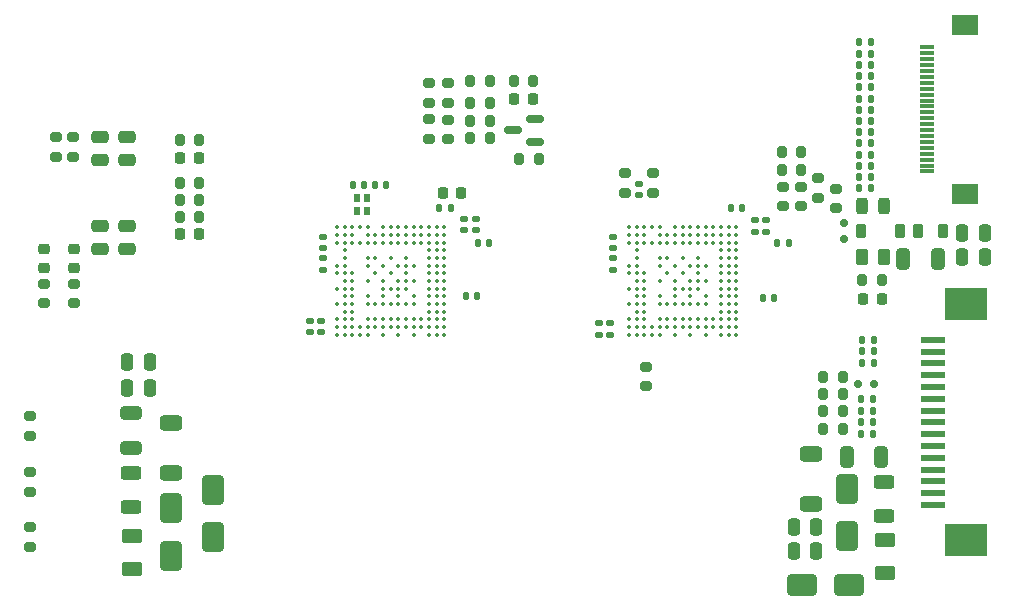
<source format=gbr>
%TF.GenerationSoftware,KiCad,Pcbnew,8.0.6*%
%TF.CreationDate,2024-12-12T06:35:09+00:00*%
%TF.ProjectId,AWR2243RadarBoard,41575232-3234-4335-9261-646172426f61,rev?*%
%TF.SameCoordinates,Original*%
%TF.FileFunction,Paste,Top*%
%TF.FilePolarity,Positive*%
%FSLAX46Y46*%
G04 Gerber Fmt 4.6, Leading zero omitted, Abs format (unit mm)*
G04 Created by KiCad (PCBNEW 8.0.6) date 2024-12-12 06:35:09*
%MOMM*%
%LPD*%
G01*
G04 APERTURE LIST*
G04 Aperture macros list*
%AMRoundRect*
0 Rectangle with rounded corners*
0 $1 Rounding radius*
0 $2 $3 $4 $5 $6 $7 $8 $9 X,Y pos of 4 corners*
0 Add a 4 corners polygon primitive as box body*
4,1,4,$2,$3,$4,$5,$6,$7,$8,$9,$2,$3,0*
0 Add four circle primitives for the rounded corners*
1,1,$1+$1,$2,$3*
1,1,$1+$1,$4,$5*
1,1,$1+$1,$6,$7*
1,1,$1+$1,$8,$9*
0 Add four rect primitives between the rounded corners*
20,1,$1+$1,$2,$3,$4,$5,0*
20,1,$1+$1,$4,$5,$6,$7,0*
20,1,$1+$1,$6,$7,$8,$9,0*
20,1,$1+$1,$8,$9,$2,$3,0*%
G04 Aperture macros list end*
%ADD10RoundRect,0.200000X-0.200000X-0.275000X0.200000X-0.275000X0.200000X0.275000X-0.200000X0.275000X0*%
%ADD11RoundRect,0.200000X0.275000X-0.200000X0.275000X0.200000X-0.275000X0.200000X-0.275000X-0.200000X0*%
%ADD12RoundRect,0.150000X0.200000X-0.150000X0.200000X0.150000X-0.200000X0.150000X-0.200000X-0.150000X0*%
%ADD13RoundRect,0.218750X-0.218750X-0.381250X0.218750X-0.381250X0.218750X0.381250X-0.218750X0.381250X0*%
%ADD14RoundRect,0.200000X-0.275000X0.200000X-0.275000X-0.200000X0.275000X-0.200000X0.275000X0.200000X0*%
%ADD15RoundRect,0.140000X-0.170000X0.140000X-0.170000X-0.140000X0.170000X-0.140000X0.170000X0.140000X0*%
%ADD16RoundRect,0.250000X-0.475000X0.250000X-0.475000X-0.250000X0.475000X-0.250000X0.475000X0.250000X0*%
%ADD17RoundRect,0.140000X-0.140000X-0.170000X0.140000X-0.170000X0.140000X0.170000X-0.140000X0.170000X0*%
%ADD18RoundRect,0.135000X-0.135000X-0.185000X0.135000X-0.185000X0.135000X0.185000X-0.135000X0.185000X0*%
%ADD19RoundRect,0.218750X-0.218750X-0.256250X0.218750X-0.256250X0.218750X0.256250X-0.218750X0.256250X0*%
%ADD20C,0.339999*%
%ADD21RoundRect,0.140000X0.170000X-0.140000X0.170000X0.140000X-0.170000X0.140000X-0.170000X-0.140000X0*%
%ADD22RoundRect,0.243750X0.243750X0.456250X-0.243750X0.456250X-0.243750X-0.456250X0.243750X-0.456250X0*%
%ADD23RoundRect,0.150000X-0.150000X-0.200000X0.150000X-0.200000X0.150000X0.200000X-0.150000X0.200000X0*%
%ADD24R,0.550000X0.650000*%
%ADD25RoundRect,0.250000X0.650000X-0.325000X0.650000X0.325000X-0.650000X0.325000X-0.650000X-0.325000X0*%
%ADD26R,2.000000X0.610000*%
%ADD27R,3.600000X2.680000*%
%ADD28RoundRect,0.225000X0.225000X0.250000X-0.225000X0.250000X-0.225000X-0.250000X0.225000X-0.250000X0*%
%ADD29RoundRect,0.200000X0.200000X0.275000X-0.200000X0.275000X-0.200000X-0.275000X0.200000X-0.275000X0*%
%ADD30RoundRect,0.250000X0.250000X0.475000X-0.250000X0.475000X-0.250000X-0.475000X0.250000X-0.475000X0*%
%ADD31RoundRect,0.249999X-0.700001X0.387501X-0.700001X-0.387501X0.700001X-0.387501X0.700001X0.387501X0*%
%ADD32RoundRect,0.250000X0.625000X-0.375000X0.625000X0.375000X-0.625000X0.375000X-0.625000X-0.375000X0*%
%ADD33RoundRect,0.250000X-0.325000X-0.650000X0.325000X-0.650000X0.325000X0.650000X-0.325000X0.650000X0*%
%ADD34R,1.300000X0.300000*%
%ADD35R,2.200000X1.800000*%
%ADD36RoundRect,0.250000X-0.625000X0.375000X-0.625000X-0.375000X0.625000X-0.375000X0.625000X0.375000X0*%
%ADD37RoundRect,0.250000X0.475000X-0.250000X0.475000X0.250000X-0.475000X0.250000X-0.475000X-0.250000X0*%
%ADD38RoundRect,0.250000X0.625000X-0.312500X0.625000X0.312500X-0.625000X0.312500X-0.625000X-0.312500X0*%
%ADD39RoundRect,0.250000X-0.250000X-0.475000X0.250000X-0.475000X0.250000X0.475000X-0.250000X0.475000X0*%
%ADD40RoundRect,0.218750X-0.256250X0.218750X-0.256250X-0.218750X0.256250X-0.218750X0.256250X0.218750X0*%
%ADD41RoundRect,0.250000X-0.650000X1.000000X-0.650000X-1.000000X0.650000X-1.000000X0.650000X1.000000X0*%
%ADD42RoundRect,0.250000X0.650000X-1.000000X0.650000X1.000000X-0.650000X1.000000X-0.650000X-1.000000X0*%
%ADD43RoundRect,0.250000X1.000000X0.650000X-1.000000X0.650000X-1.000000X-0.650000X1.000000X-0.650000X0*%
%ADD44RoundRect,0.140000X0.140000X0.170000X-0.140000X0.170000X-0.140000X-0.170000X0.140000X-0.170000X0*%
%ADD45RoundRect,0.225000X-0.225000X-0.250000X0.225000X-0.250000X0.225000X0.250000X-0.225000X0.250000X0*%
%ADD46RoundRect,0.250000X-0.262500X-0.450000X0.262500X-0.450000X0.262500X0.450000X-0.262500X0.450000X0*%
%ADD47RoundRect,0.225000X0.225000X0.375000X-0.225000X0.375000X-0.225000X-0.375000X0.225000X-0.375000X0*%
%ADD48RoundRect,0.150000X0.587500X0.150000X-0.587500X0.150000X-0.587500X-0.150000X0.587500X-0.150000X0*%
%ADD49RoundRect,0.249999X0.700001X-0.387501X0.700001X0.387501X-0.700001X0.387501X-0.700001X-0.387501X0*%
G04 APERTURE END LIST*
D10*
%TO.C,R48*%
X100330000Y-58520000D03*
X101980000Y-58520000D03*
%TD*%
D11*
%TO.C,R101*%
X87070000Y-60455000D03*
X87070000Y-58805000D03*
%TD*%
D12*
%TO.C,D4*%
X105600000Y-63000000D03*
X105600000Y-64400000D03*
%TD*%
D13*
%TO.C,FB2*%
X111837500Y-63700000D03*
X113962500Y-63700000D03*
%TD*%
D14*
%TO.C,R47*%
X72050000Y-54285000D03*
X72050000Y-55935000D03*
%TD*%
D15*
%TO.C,C91*%
X61450001Y-66020000D03*
X61450001Y-66980000D03*
%TD*%
D11*
%TO.C,R79*%
X70450000Y-52850000D03*
X70450000Y-51200000D03*
%TD*%
D14*
%TO.C,R51*%
X104880000Y-60125000D03*
X104880000Y-61775000D03*
%TD*%
D16*
%TO.C,C8*%
X44880000Y-55750000D03*
X44880000Y-57650000D03*
%TD*%
D11*
%TO.C,R60*%
X40370000Y-69805000D03*
X40370000Y-68155000D03*
%TD*%
D10*
%TO.C,R58*%
X49335000Y-56005000D03*
X50985000Y-56005000D03*
%TD*%
D11*
%TO.C,R148*%
X36650000Y-85750000D03*
X36650000Y-84100000D03*
%TD*%
D17*
%TO.C,C109*%
X99940000Y-64690000D03*
X100900000Y-64690000D03*
%TD*%
D18*
%TO.C,R29*%
X107040000Y-80910000D03*
X108060000Y-80910000D03*
%TD*%
D19*
%TO.C,D16*%
X107232500Y-69450000D03*
X108807500Y-69450000D03*
%TD*%
D20*
%TO.C,IC1*%
X62650000Y-72475001D03*
X62650000Y-71825000D03*
X62650000Y-71175001D03*
X62650000Y-69875001D03*
X62650000Y-68575001D03*
X62650000Y-67274999D03*
X62650000Y-66625000D03*
X62650000Y-64674999D03*
X62650000Y-64025000D03*
X62650000Y-63374999D03*
X63300001Y-72475001D03*
X63300001Y-71825000D03*
X63300001Y-71175001D03*
X63300001Y-70525000D03*
X63300001Y-69875001D03*
X63300001Y-69225000D03*
X63300001Y-68575001D03*
X63300001Y-67925000D03*
X63300001Y-67274999D03*
X63300001Y-66625000D03*
X63300001Y-65974999D03*
X63300001Y-65325000D03*
X63300001Y-64674999D03*
X63300001Y-64025000D03*
X63300001Y-63374999D03*
X63950000Y-72475001D03*
X63950000Y-71825000D03*
X63950000Y-71175001D03*
X63950000Y-70525000D03*
X63950000Y-69875001D03*
X63950000Y-69225000D03*
X63950000Y-68575001D03*
X63950000Y-67925000D03*
X63950000Y-67274999D03*
X63950000Y-64674999D03*
X63950000Y-64025000D03*
X63950000Y-63374999D03*
X64600001Y-72475001D03*
X64600001Y-71825000D03*
X64600001Y-64674999D03*
X64600001Y-63374999D03*
X65250000Y-72475001D03*
X65250000Y-71825000D03*
X65250000Y-71175001D03*
X65250000Y-69875001D03*
X65250000Y-69225000D03*
X65250000Y-67925000D03*
X65250000Y-66625000D03*
X65250000Y-65974999D03*
X65250000Y-64674999D03*
X65250000Y-64025000D03*
X65250000Y-63374999D03*
X65900001Y-71825000D03*
X65900001Y-71175001D03*
X65900001Y-69875001D03*
X65900001Y-67274999D03*
X65900001Y-65974999D03*
X65900001Y-64674999D03*
X65900001Y-64025000D03*
X66550000Y-72475001D03*
X66550000Y-71825000D03*
X66550000Y-71175001D03*
X66550000Y-69875001D03*
X66550000Y-69225000D03*
X66550000Y-68575001D03*
X66550000Y-67925000D03*
X66550000Y-66625000D03*
X66550000Y-64674999D03*
X66550000Y-64025000D03*
X66550000Y-63374999D03*
X67200001Y-71825000D03*
X67200001Y-71175001D03*
X67200001Y-69875001D03*
X67200001Y-68575001D03*
X67200001Y-67274999D03*
X67200001Y-65974999D03*
X67200001Y-64674999D03*
X67200001Y-64025000D03*
X67200001Y-63374999D03*
X67850002Y-72475001D03*
X67850002Y-71825000D03*
X67850002Y-71175001D03*
X67850002Y-69875001D03*
X67850002Y-69225000D03*
X67850002Y-68575001D03*
X67850002Y-67925000D03*
X67850002Y-66625000D03*
X67850002Y-64674999D03*
X67850002Y-64025000D03*
X67850002Y-63374999D03*
X68500001Y-71825000D03*
X68500001Y-71175001D03*
X68500001Y-69875001D03*
X68500001Y-68575001D03*
X68500001Y-67925000D03*
X68500001Y-67274999D03*
X68500001Y-66625000D03*
X68500001Y-65974999D03*
X68500001Y-64674999D03*
X68500001Y-64025000D03*
X68500001Y-63374999D03*
X69150002Y-72475001D03*
X69150002Y-71825000D03*
X69150002Y-71175001D03*
X69150002Y-69875001D03*
X69150002Y-69225000D03*
X69150002Y-67925000D03*
X69150002Y-66625000D03*
X69150002Y-64674999D03*
X69150002Y-64025000D03*
X69150002Y-63374999D03*
X69800001Y-71825000D03*
X69800001Y-71175001D03*
X69800001Y-64674999D03*
X69800001Y-64025000D03*
X69800001Y-63374999D03*
X70450002Y-72475001D03*
X70450002Y-71825000D03*
X70450002Y-71175001D03*
X70450002Y-70525000D03*
X70450002Y-69875001D03*
X70450002Y-69225000D03*
X70450002Y-68575001D03*
X70450002Y-67925000D03*
X70450002Y-67274999D03*
X70450002Y-66625000D03*
X70450002Y-65974999D03*
X70450002Y-65325000D03*
X70450002Y-64674999D03*
X70450002Y-64025000D03*
X70450002Y-63374999D03*
X71100001Y-72475001D03*
X71100001Y-71825000D03*
X71100001Y-71175001D03*
X71100001Y-70525000D03*
X71100001Y-69875001D03*
X71100001Y-69225000D03*
X71100001Y-68575001D03*
X71100001Y-67925000D03*
X71100001Y-67274999D03*
X71100001Y-66625000D03*
X71100001Y-65974999D03*
X71100001Y-65325000D03*
X71100001Y-64674999D03*
X71100001Y-64025000D03*
X71100001Y-63374999D03*
X71750002Y-72475001D03*
X71750002Y-71825000D03*
X71750002Y-71175001D03*
X71750002Y-70525000D03*
X71750002Y-69875001D03*
X71750002Y-69225000D03*
X71750002Y-68575001D03*
X71750002Y-67925000D03*
X71750002Y-67274999D03*
X71750002Y-66625000D03*
X71750002Y-65974999D03*
X71750002Y-65325000D03*
X71750002Y-64674999D03*
X71750002Y-64025000D03*
X71750002Y-63374999D03*
%TD*%
D21*
%TO.C,C139*%
X85800000Y-72455000D03*
X85800000Y-71495000D03*
%TD*%
D22*
%TO.C,F2*%
X108987500Y-61550000D03*
X107112500Y-61550000D03*
%TD*%
D23*
%TO.C,D2*%
X108157500Y-76620000D03*
X106757500Y-76620000D03*
%TD*%
D10*
%TO.C,R49*%
X100325000Y-57040000D03*
X101975000Y-57040000D03*
%TD*%
D24*
%TO.C,Y1*%
X65175000Y-62000000D03*
X65175000Y-60900000D03*
X64375000Y-60900000D03*
X64375000Y-62000000D03*
%TD*%
D25*
%TO.C,C150*%
X45250000Y-82050000D03*
X45250000Y-79100000D03*
%TD*%
D17*
%TO.C,C87*%
X71320001Y-61750000D03*
X72280001Y-61750000D03*
%TD*%
D26*
%TO.C,J3*%
X113150000Y-86900000D03*
X113150000Y-85900000D03*
X113150000Y-84900000D03*
X113150000Y-83900000D03*
X113150000Y-82900000D03*
X113150000Y-81900000D03*
X113150000Y-80900000D03*
X113150000Y-79900000D03*
X113150000Y-78900000D03*
X113150000Y-77900000D03*
X113150000Y-76900000D03*
X113150000Y-75900000D03*
X113150000Y-74900000D03*
X113150000Y-73900000D03*
X113150000Y-72900000D03*
D27*
X115950000Y-89890000D03*
X115950000Y-69910000D03*
%TD*%
D18*
%TO.C,R31*%
X107050000Y-78920000D03*
X108070000Y-78920000D03*
%TD*%
D21*
%TO.C,C129*%
X86020000Y-65140000D03*
X86020000Y-64180000D03*
%TD*%
D17*
%TO.C,C121*%
X96020000Y-61775000D03*
X96980000Y-61775000D03*
%TD*%
D18*
%TO.C,R32*%
X107050000Y-77900000D03*
X108070000Y-77900000D03*
%TD*%
%TO.C,R33*%
X107120000Y-74900000D03*
X108140000Y-74900000D03*
%TD*%
D28*
%TO.C,C21*%
X50940000Y-63980000D03*
X49390000Y-63980000D03*
%TD*%
D10*
%TO.C,R88*%
X73950000Y-55820000D03*
X75600000Y-55820000D03*
%TD*%
D18*
%TO.C,R15*%
X106825000Y-60075000D03*
X107845000Y-60075000D03*
%TD*%
D29*
%TO.C,R105*%
X105465000Y-80420000D03*
X103815000Y-80420000D03*
%TD*%
D18*
%TO.C,R17*%
X106825000Y-58175000D03*
X107845000Y-58175000D03*
%TD*%
%TO.C,R27*%
X106825000Y-48675000D03*
X107845000Y-48675000D03*
%TD*%
D14*
%TO.C,R46*%
X70430000Y-54245000D03*
X70430000Y-55895000D03*
%TD*%
D30*
%TO.C,C25*%
X103225000Y-90825000D03*
X101325000Y-90825000D03*
%TD*%
D21*
%TO.C,C116*%
X98025000Y-63755000D03*
X98025000Y-62795000D03*
%TD*%
D29*
%TO.C,R92*%
X75600000Y-54360000D03*
X73950000Y-54360000D03*
%TD*%
D31*
%TO.C,FB3*%
X102800000Y-82587500D03*
X102800000Y-86812500D03*
%TD*%
D17*
%TO.C,C72*%
X74575000Y-64670000D03*
X75535000Y-64670000D03*
%TD*%
D18*
%TO.C,R24*%
X106825000Y-51525000D03*
X107845000Y-51525000D03*
%TD*%
D32*
%TO.C,F5*%
X45275000Y-92275000D03*
X45275000Y-89475000D03*
%TD*%
D18*
%TO.C,R20*%
X106825000Y-55325000D03*
X107845000Y-55325000D03*
%TD*%
D29*
%TO.C,R87*%
X75590000Y-52895000D03*
X73940000Y-52895000D03*
%TD*%
D33*
%TO.C,C2*%
X110625000Y-66025000D03*
X113575000Y-66025000D03*
%TD*%
D18*
%TO.C,R25*%
X106825000Y-50575000D03*
X107845000Y-50575000D03*
%TD*%
D34*
%TO.C,J2*%
X112600000Y-58650000D03*
X112600000Y-58150000D03*
X112600000Y-57650000D03*
X112600000Y-57150000D03*
X112600000Y-56650000D03*
X112600000Y-56150000D03*
X112600000Y-55650000D03*
X112600000Y-55150000D03*
X112600000Y-54650000D03*
X112600000Y-54150000D03*
X112600000Y-53650000D03*
X112600000Y-53150000D03*
X112600000Y-52650000D03*
X112600000Y-52150000D03*
X112600000Y-51650000D03*
X112600000Y-51150000D03*
X112600000Y-50650000D03*
X112600000Y-50150000D03*
X112600000Y-49650000D03*
X112600000Y-49150000D03*
X112600000Y-48650000D03*
X112600000Y-48150000D03*
D35*
X115850000Y-60550000D03*
X115850000Y-46250000D03*
%TD*%
D30*
%TO.C,C23*%
X103225000Y-88775000D03*
X101325000Y-88775000D03*
%TD*%
D18*
%TO.C,R26*%
X106825000Y-49625000D03*
X107845000Y-49625000D03*
%TD*%
D20*
%TO.C,IC2*%
X87374999Y-72475001D03*
X87374999Y-71825000D03*
X87374999Y-71175001D03*
X87374999Y-69875001D03*
X87374999Y-68575001D03*
X87374999Y-67274999D03*
X87374999Y-66625000D03*
X87374999Y-64674999D03*
X87374999Y-64025000D03*
X87374999Y-63374999D03*
X88025000Y-72475001D03*
X88025000Y-71825000D03*
X88025000Y-71175001D03*
X88025000Y-70525000D03*
X88025000Y-69875001D03*
X88025000Y-69225000D03*
X88025000Y-68575001D03*
X88025000Y-67925000D03*
X88025000Y-67274999D03*
X88025000Y-66625000D03*
X88025000Y-65974999D03*
X88025000Y-65325000D03*
X88025000Y-64674999D03*
X88025000Y-64025000D03*
X88025000Y-63374999D03*
X88674999Y-72475001D03*
X88674999Y-71825000D03*
X88674999Y-71175001D03*
X88674999Y-70525000D03*
X88674999Y-69875001D03*
X88674999Y-69225000D03*
X88674999Y-68575001D03*
X88674999Y-67925000D03*
X88674999Y-67274999D03*
X88674999Y-64674999D03*
X88674999Y-64025000D03*
X88674999Y-63374999D03*
X89325000Y-72475001D03*
X89325000Y-71825000D03*
X89325000Y-64674999D03*
X89325000Y-63374999D03*
X89974999Y-72475001D03*
X89974999Y-71825000D03*
X89974999Y-71175001D03*
X89974999Y-69875001D03*
X89974999Y-69225000D03*
X89974999Y-67925000D03*
X89974999Y-66625000D03*
X89974999Y-65974999D03*
X89974999Y-64674999D03*
X89974999Y-64025000D03*
X89974999Y-63374999D03*
X90625000Y-71825000D03*
X90625000Y-71175001D03*
X90625000Y-69875001D03*
X90625000Y-67274999D03*
X90625000Y-65974999D03*
X90625000Y-64674999D03*
X90625000Y-64025000D03*
X91274999Y-72475001D03*
X91274999Y-71825000D03*
X91274999Y-71175001D03*
X91274999Y-69875001D03*
X91274999Y-69225000D03*
X91274999Y-68575001D03*
X91274999Y-67925000D03*
X91274999Y-66625000D03*
X91274999Y-64674999D03*
X91274999Y-64025000D03*
X91274999Y-63374999D03*
X91925000Y-71825000D03*
X91925000Y-71175001D03*
X91925000Y-69875001D03*
X91925000Y-68575001D03*
X91925000Y-67274999D03*
X91925000Y-65974999D03*
X91925000Y-64674999D03*
X91925000Y-64025000D03*
X91925000Y-63374999D03*
X92575001Y-72475001D03*
X92575001Y-71825000D03*
X92575001Y-71175001D03*
X92575001Y-69875001D03*
X92575001Y-69225000D03*
X92575001Y-68575001D03*
X92575001Y-67925000D03*
X92575001Y-66625000D03*
X92575001Y-64674999D03*
X92575001Y-64025000D03*
X92575001Y-63374999D03*
X93225000Y-71825000D03*
X93225000Y-71175001D03*
X93225000Y-69875001D03*
X93225000Y-68575001D03*
X93225000Y-67925000D03*
X93225000Y-67274999D03*
X93225000Y-66625000D03*
X93225000Y-65974999D03*
X93225000Y-64674999D03*
X93225000Y-64025000D03*
X93225000Y-63374999D03*
X93875001Y-72475001D03*
X93875001Y-71825000D03*
X93875001Y-71175001D03*
X93875001Y-69875001D03*
X93875001Y-69225000D03*
X93875001Y-67925000D03*
X93875001Y-66625000D03*
X93875001Y-64674999D03*
X93875001Y-64025000D03*
X93875001Y-63374999D03*
X94525000Y-71825000D03*
X94525000Y-71175001D03*
X94525000Y-64674999D03*
X94525000Y-64025000D03*
X94525000Y-63374999D03*
X95175001Y-72475001D03*
X95175001Y-71825000D03*
X95175001Y-71175001D03*
X95175001Y-70525000D03*
X95175001Y-69875001D03*
X95175001Y-69225000D03*
X95175001Y-68575001D03*
X95175001Y-67925000D03*
X95175001Y-67274999D03*
X95175001Y-66625000D03*
X95175001Y-65974999D03*
X95175001Y-65325000D03*
X95175001Y-64674999D03*
X95175001Y-64025000D03*
X95175001Y-63374999D03*
X95825000Y-72475001D03*
X95825000Y-71825000D03*
X95825000Y-71175001D03*
X95825000Y-70525000D03*
X95825000Y-69875001D03*
X95825000Y-69225000D03*
X95825000Y-68575001D03*
X95825000Y-67925000D03*
X95825000Y-67274999D03*
X95825000Y-66625000D03*
X95825000Y-65974999D03*
X95825000Y-65325000D03*
X95825000Y-64674999D03*
X95825000Y-64025000D03*
X95825000Y-63374999D03*
X96475001Y-72475001D03*
X96475001Y-71825000D03*
X96475001Y-71175001D03*
X96475001Y-70525000D03*
X96475001Y-69875001D03*
X96475001Y-69225000D03*
X96475001Y-68575001D03*
X96475001Y-67925000D03*
X96475001Y-67274999D03*
X96475001Y-66625000D03*
X96475001Y-65974999D03*
X96475001Y-65325000D03*
X96475001Y-64674999D03*
X96475001Y-64025000D03*
X96475001Y-63374999D03*
%TD*%
D15*
%TO.C,C125*%
X86010000Y-66020000D03*
X86010000Y-66980000D03*
%TD*%
D18*
%TO.C,R30*%
X107050000Y-79900000D03*
X108070000Y-79900000D03*
%TD*%
D29*
%TO.C,R59*%
X51015000Y-62520000D03*
X49365000Y-62520000D03*
%TD*%
D21*
%TO.C,C141*%
X88260000Y-60680000D03*
X88260000Y-59720000D03*
%TD*%
D36*
%TO.C,F3*%
X109025000Y-89850000D03*
X109025000Y-92650000D03*
%TD*%
D11*
%TO.C,R64*%
X38845000Y-57400000D03*
X38845000Y-55750000D03*
%TD*%
%TO.C,R106*%
X89450000Y-60455000D03*
X89450000Y-58805000D03*
%TD*%
D37*
%TO.C,C10*%
X42600000Y-65210000D03*
X42600000Y-63310000D03*
%TD*%
D38*
%TO.C,R150*%
X45250000Y-87087500D03*
X45250000Y-84162500D03*
%TD*%
D21*
%TO.C,C78*%
X60350000Y-72280000D03*
X60350000Y-71320000D03*
%TD*%
D16*
%TO.C,C9*%
X42620000Y-55740000D03*
X42620000Y-57640000D03*
%TD*%
D18*
%TO.C,R22*%
X106825000Y-53425000D03*
X107845000Y-53425000D03*
%TD*%
D14*
%TO.C,R50*%
X103390000Y-59245000D03*
X103390000Y-60895000D03*
%TD*%
D21*
%TO.C,C89*%
X61275000Y-72280000D03*
X61275000Y-71320000D03*
%TD*%
%TO.C,C140*%
X84850000Y-72455000D03*
X84850000Y-71495000D03*
%TD*%
D39*
%TO.C,C4*%
X115600000Y-63900000D03*
X117500000Y-63900000D03*
%TD*%
D17*
%TO.C,C79*%
X73560000Y-69190000D03*
X74520000Y-69190000D03*
%TD*%
D14*
%TO.C,R107*%
X101930000Y-59965000D03*
X101930000Y-61615000D03*
%TD*%
D18*
%TO.C,R28*%
X106825000Y-47725000D03*
X107845000Y-47725000D03*
%TD*%
D40*
%TO.C,D13*%
X40370000Y-65232500D03*
X40370000Y-66807500D03*
%TD*%
D41*
%TO.C,D11*%
X105850000Y-85550000D03*
X105850000Y-89550000D03*
%TD*%
D14*
%TO.C,R102*%
X88860000Y-75205000D03*
X88860000Y-76855000D03*
%TD*%
D39*
%TO.C,C6*%
X115600000Y-65925000D03*
X117500000Y-65925000D03*
%TD*%
D42*
%TO.C,D17*%
X52180000Y-89590000D03*
X52180000Y-85590000D03*
%TD*%
D30*
%TO.C,C151*%
X46790000Y-74760000D03*
X44890000Y-74760000D03*
%TD*%
D29*
%TO.C,R45*%
X105475000Y-77500000D03*
X103825000Y-77500000D03*
%TD*%
D18*
%TO.C,R18*%
X106825000Y-57225000D03*
X107845000Y-57225000D03*
%TD*%
D17*
%TO.C,C104*%
X65845000Y-59825000D03*
X66805000Y-59825000D03*
%TD*%
D11*
%TO.C,R147*%
X36675000Y-81025000D03*
X36675000Y-79375000D03*
%TD*%
D18*
%TO.C,R23*%
X106825000Y-52475000D03*
X107845000Y-52475000D03*
%TD*%
%TO.C,R21*%
X106825000Y-54375000D03*
X107845000Y-54375000D03*
%TD*%
D43*
%TO.C,D9*%
X106050000Y-93650000D03*
X102050000Y-93650000D03*
%TD*%
D38*
%TO.C,R62*%
X109000000Y-87837500D03*
X109000000Y-84912500D03*
%TD*%
D17*
%TO.C,C118*%
X98725000Y-69395000D03*
X99685000Y-69395000D03*
%TD*%
D10*
%TO.C,R83*%
X78095000Y-57610000D03*
X79745000Y-57610000D03*
%TD*%
D18*
%TO.C,R35*%
X107120000Y-72900000D03*
X108140000Y-72900000D03*
%TD*%
D44*
%TO.C,C105*%
X64980000Y-59825000D03*
X64020000Y-59825000D03*
%TD*%
D19*
%TO.C,D15*%
X77675000Y-52480000D03*
X79250000Y-52480000D03*
%TD*%
D10*
%TO.C,R108*%
X103815000Y-76040000D03*
X105465000Y-76040000D03*
%TD*%
D45*
%TO.C,C69*%
X71600001Y-60500000D03*
X73150001Y-60500000D03*
%TD*%
D11*
%TO.C,R61*%
X37890000Y-69805000D03*
X37890000Y-68155000D03*
%TD*%
%TO.C,R65*%
X40305000Y-57400000D03*
X40305000Y-55750000D03*
%TD*%
D46*
%TO.C,R53*%
X107112500Y-65875000D03*
X108937500Y-65875000D03*
%TD*%
D21*
%TO.C,C81*%
X73400001Y-63605000D03*
X73400001Y-62645000D03*
%TD*%
D33*
%TO.C,C17*%
X105800000Y-82800000D03*
X108750000Y-82800000D03*
%TD*%
D14*
%TO.C,R104*%
X100410000Y-59945000D03*
X100410000Y-61595000D03*
%TD*%
D21*
%TO.C,C111*%
X98950000Y-63755000D03*
X98950000Y-62795000D03*
%TD*%
D10*
%TO.C,R86*%
X73925000Y-51000000D03*
X75575000Y-51000000D03*
%TD*%
D30*
%TO.C,C152*%
X46790000Y-76980000D03*
X44890000Y-76980000D03*
%TD*%
D10*
%TO.C,R117*%
X107145000Y-67860000D03*
X108795000Y-67860000D03*
%TD*%
D21*
%TO.C,C92*%
X61450001Y-65155000D03*
X61450001Y-64195000D03*
%TD*%
D18*
%TO.C,R16*%
X106825000Y-59125000D03*
X107845000Y-59125000D03*
%TD*%
D11*
%TO.C,R81*%
X72030000Y-52850000D03*
X72030000Y-51200000D03*
%TD*%
D10*
%TO.C,R91*%
X77607500Y-50980000D03*
X79257500Y-50980000D03*
%TD*%
D11*
%TO.C,R149*%
X36650000Y-90425000D03*
X36650000Y-88775000D03*
%TD*%
D37*
%TO.C,C7*%
X44880000Y-65210000D03*
X44880000Y-63310000D03*
%TD*%
D28*
%TO.C,C22*%
X50945000Y-57475000D03*
X49395000Y-57475000D03*
%TD*%
D18*
%TO.C,R34*%
X107120000Y-73890000D03*
X108140000Y-73890000D03*
%TD*%
%TO.C,R19*%
X106825000Y-56275000D03*
X107845000Y-56275000D03*
%TD*%
D10*
%TO.C,R67*%
X49365000Y-59590000D03*
X51015000Y-59590000D03*
%TD*%
D21*
%TO.C,C84*%
X74400001Y-63605000D03*
X74400001Y-62645000D03*
%TD*%
D47*
%TO.C,D6*%
X110350000Y-63700000D03*
X107050000Y-63700000D03*
%TD*%
D48*
%TO.C,Q1*%
X79407500Y-56120000D03*
X79407500Y-54220000D03*
X77532500Y-55170000D03*
%TD*%
D40*
%TO.C,D14*%
X37890000Y-65232500D03*
X37890000Y-66807500D03*
%TD*%
D10*
%TO.C,R103*%
X103825000Y-78960000D03*
X105475000Y-78960000D03*
%TD*%
D49*
%TO.C,FB10*%
X48600000Y-84187500D03*
X48600000Y-79962500D03*
%TD*%
D41*
%TO.C,D18*%
X48600000Y-87175000D03*
X48600000Y-91175000D03*
%TD*%
D10*
%TO.C,R66*%
X49365000Y-61060000D03*
X51015000Y-61060000D03*
%TD*%
M02*

</source>
